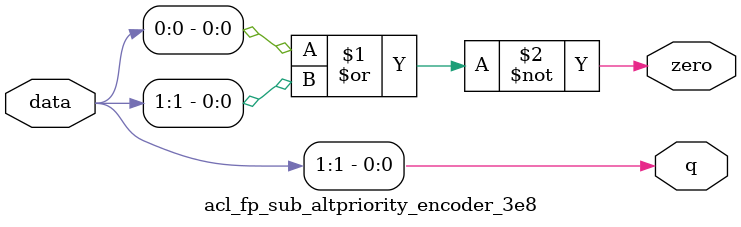
<source format=v>
module  acl_fp_sub_altpriority_encoder_3e8
	( 
	data,
	q,
	zero) ;
	input   [1:0]  data;
	output   [0:0]  q;
	output   zero;
	assign
		q = {data[1]},
		zero = (~ (data[0] | data[1]));
endmodule
</source>
